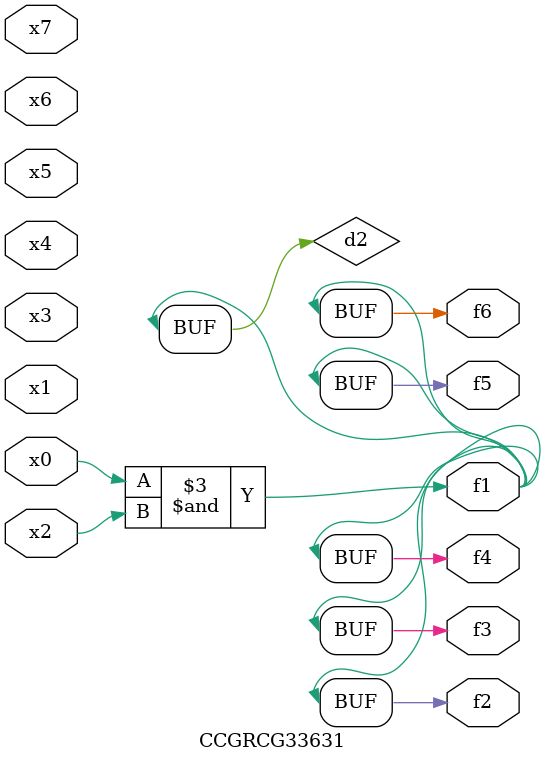
<source format=v>
module CCGRCG33631(
	input x0, x1, x2, x3, x4, x5, x6, x7,
	output f1, f2, f3, f4, f5, f6
);

	wire d1, d2;

	nor (d1, x3, x6);
	and (d2, x0, x2);
	assign f1 = d2;
	assign f2 = d2;
	assign f3 = d2;
	assign f4 = d2;
	assign f5 = d2;
	assign f6 = d2;
endmodule

</source>
